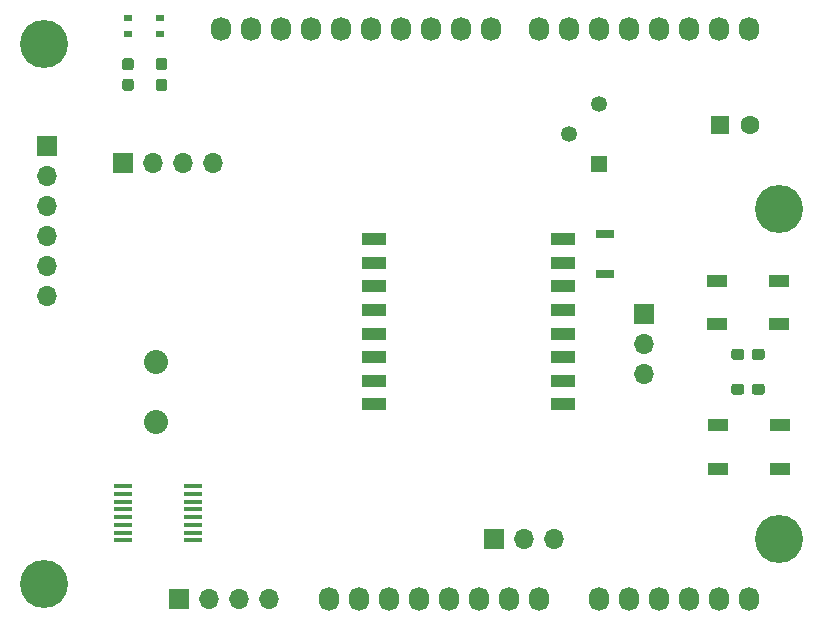
<source format=gts>
G04 #@! TF.GenerationSoftware,KiCad,Pcbnew,(5.1.5)-3*
G04 #@! TF.CreationDate,2020-04-27T21:11:52-07:00*
G04 #@! TF.ProjectId,My_PCB,4d795f50-4342-42e6-9b69-6361645f7063,1*
G04 #@! TF.SameCoordinates,Original*
G04 #@! TF.FileFunction,Soldermask,Top*
G04 #@! TF.FilePolarity,Negative*
%FSLAX46Y46*%
G04 Gerber Fmt 4.6, Leading zero omitted, Abs format (unit mm)*
G04 Created by KiCad (PCBNEW (5.1.5)-3) date 2020-04-27 21:11:52*
%MOMM*%
%LPD*%
G04 APERTURE LIST*
%ADD10C,4.064000*%
%ADD11R,2.000000X1.000000*%
%ADD12R,1.701800X0.990600*%
%ADD13C,0.100000*%
%ADD14O,1.727200X2.032000*%
%ADD15R,0.800000X0.600000*%
%ADD16C,1.346200*%
%ADD17R,1.346200X1.346200*%
%ADD18R,1.700000X1.700000*%
%ADD19O,1.700000X1.700000*%
%ADD20R,1.600000X0.800000*%
%ADD21R,1.500000X0.450000*%
%ADD22C,2.032000*%
%ADD23R,1.600000X1.600000*%
%ADD24C,1.600000*%
G04 APERTURE END LIST*
D10*
X177038000Y-90805000D03*
D11*
X142753001Y-93350001D03*
X142753001Y-95350001D03*
X142753001Y-97350001D03*
X142753001Y-99350001D03*
X142753001Y-101350001D03*
X142753001Y-103350001D03*
X142753001Y-105350001D03*
X142753001Y-107350001D03*
X158753001Y-107350001D03*
X158753001Y-105350001D03*
X158753001Y-103350001D03*
X158753001Y-101350001D03*
X158753001Y-99350001D03*
X158753001Y-97350001D03*
X158753001Y-95350001D03*
X158753001Y-93350001D03*
D12*
X177149600Y-109115001D03*
X177149600Y-112814999D03*
X171866400Y-112814999D03*
X171866400Y-109115001D03*
X177089600Y-96865001D03*
X177089600Y-100564999D03*
X171806400Y-100564999D03*
X171806400Y-96865001D03*
D13*
G36*
X125038779Y-78006144D02*
G01*
X125061834Y-78009563D01*
X125084443Y-78015227D01*
X125106387Y-78023079D01*
X125127457Y-78033044D01*
X125147448Y-78045026D01*
X125166168Y-78058910D01*
X125183438Y-78074562D01*
X125199090Y-78091832D01*
X125212974Y-78110552D01*
X125224956Y-78130543D01*
X125234921Y-78151613D01*
X125242773Y-78173557D01*
X125248437Y-78196166D01*
X125251856Y-78219221D01*
X125253000Y-78242500D01*
X125253000Y-78817500D01*
X125251856Y-78840779D01*
X125248437Y-78863834D01*
X125242773Y-78886443D01*
X125234921Y-78908387D01*
X125224956Y-78929457D01*
X125212974Y-78949448D01*
X125199090Y-78968168D01*
X125183438Y-78985438D01*
X125166168Y-79001090D01*
X125147448Y-79014974D01*
X125127457Y-79026956D01*
X125106387Y-79036921D01*
X125084443Y-79044773D01*
X125061834Y-79050437D01*
X125038779Y-79053856D01*
X125015500Y-79055000D01*
X124540500Y-79055000D01*
X124517221Y-79053856D01*
X124494166Y-79050437D01*
X124471557Y-79044773D01*
X124449613Y-79036921D01*
X124428543Y-79026956D01*
X124408552Y-79014974D01*
X124389832Y-79001090D01*
X124372562Y-78985438D01*
X124356910Y-78968168D01*
X124343026Y-78949448D01*
X124331044Y-78929457D01*
X124321079Y-78908387D01*
X124313227Y-78886443D01*
X124307563Y-78863834D01*
X124304144Y-78840779D01*
X124303000Y-78817500D01*
X124303000Y-78242500D01*
X124304144Y-78219221D01*
X124307563Y-78196166D01*
X124313227Y-78173557D01*
X124321079Y-78151613D01*
X124331044Y-78130543D01*
X124343026Y-78110552D01*
X124356910Y-78091832D01*
X124372562Y-78074562D01*
X124389832Y-78058910D01*
X124408552Y-78045026D01*
X124428543Y-78033044D01*
X124449613Y-78023079D01*
X124471557Y-78015227D01*
X124494166Y-78009563D01*
X124517221Y-78006144D01*
X124540500Y-78005000D01*
X125015500Y-78005000D01*
X125038779Y-78006144D01*
G37*
G36*
X125038779Y-79756144D02*
G01*
X125061834Y-79759563D01*
X125084443Y-79765227D01*
X125106387Y-79773079D01*
X125127457Y-79783044D01*
X125147448Y-79795026D01*
X125166168Y-79808910D01*
X125183438Y-79824562D01*
X125199090Y-79841832D01*
X125212974Y-79860552D01*
X125224956Y-79880543D01*
X125234921Y-79901613D01*
X125242773Y-79923557D01*
X125248437Y-79946166D01*
X125251856Y-79969221D01*
X125253000Y-79992500D01*
X125253000Y-80567500D01*
X125251856Y-80590779D01*
X125248437Y-80613834D01*
X125242773Y-80636443D01*
X125234921Y-80658387D01*
X125224956Y-80679457D01*
X125212974Y-80699448D01*
X125199090Y-80718168D01*
X125183438Y-80735438D01*
X125166168Y-80751090D01*
X125147448Y-80764974D01*
X125127457Y-80776956D01*
X125106387Y-80786921D01*
X125084443Y-80794773D01*
X125061834Y-80800437D01*
X125038779Y-80803856D01*
X125015500Y-80805000D01*
X124540500Y-80805000D01*
X124517221Y-80803856D01*
X124494166Y-80800437D01*
X124471557Y-80794773D01*
X124449613Y-80786921D01*
X124428543Y-80776956D01*
X124408552Y-80764974D01*
X124389832Y-80751090D01*
X124372562Y-80735438D01*
X124356910Y-80718168D01*
X124343026Y-80699448D01*
X124331044Y-80679457D01*
X124321079Y-80658387D01*
X124313227Y-80636443D01*
X124307563Y-80613834D01*
X124304144Y-80590779D01*
X124303000Y-80567500D01*
X124303000Y-79992500D01*
X124304144Y-79969221D01*
X124307563Y-79946166D01*
X124313227Y-79923557D01*
X124321079Y-79901613D01*
X124331044Y-79880543D01*
X124343026Y-79860552D01*
X124356910Y-79841832D01*
X124372562Y-79824562D01*
X124389832Y-79808910D01*
X124408552Y-79795026D01*
X124428543Y-79783044D01*
X124449613Y-79773079D01*
X124471557Y-79765227D01*
X124494166Y-79759563D01*
X124517221Y-79756144D01*
X124540500Y-79755000D01*
X125015500Y-79755000D01*
X125038779Y-79756144D01*
G37*
G36*
X122208779Y-79756144D02*
G01*
X122231834Y-79759563D01*
X122254443Y-79765227D01*
X122276387Y-79773079D01*
X122297457Y-79783044D01*
X122317448Y-79795026D01*
X122336168Y-79808910D01*
X122353438Y-79824562D01*
X122369090Y-79841832D01*
X122382974Y-79860552D01*
X122394956Y-79880543D01*
X122404921Y-79901613D01*
X122412773Y-79923557D01*
X122418437Y-79946166D01*
X122421856Y-79969221D01*
X122423000Y-79992500D01*
X122423000Y-80567500D01*
X122421856Y-80590779D01*
X122418437Y-80613834D01*
X122412773Y-80636443D01*
X122404921Y-80658387D01*
X122394956Y-80679457D01*
X122382974Y-80699448D01*
X122369090Y-80718168D01*
X122353438Y-80735438D01*
X122336168Y-80751090D01*
X122317448Y-80764974D01*
X122297457Y-80776956D01*
X122276387Y-80786921D01*
X122254443Y-80794773D01*
X122231834Y-80800437D01*
X122208779Y-80803856D01*
X122185500Y-80805000D01*
X121710500Y-80805000D01*
X121687221Y-80803856D01*
X121664166Y-80800437D01*
X121641557Y-80794773D01*
X121619613Y-80786921D01*
X121598543Y-80776956D01*
X121578552Y-80764974D01*
X121559832Y-80751090D01*
X121542562Y-80735438D01*
X121526910Y-80718168D01*
X121513026Y-80699448D01*
X121501044Y-80679457D01*
X121491079Y-80658387D01*
X121483227Y-80636443D01*
X121477563Y-80613834D01*
X121474144Y-80590779D01*
X121473000Y-80567500D01*
X121473000Y-79992500D01*
X121474144Y-79969221D01*
X121477563Y-79946166D01*
X121483227Y-79923557D01*
X121491079Y-79901613D01*
X121501044Y-79880543D01*
X121513026Y-79860552D01*
X121526910Y-79841832D01*
X121542562Y-79824562D01*
X121559832Y-79808910D01*
X121578552Y-79795026D01*
X121598543Y-79783044D01*
X121619613Y-79773079D01*
X121641557Y-79765227D01*
X121664166Y-79759563D01*
X121687221Y-79756144D01*
X121710500Y-79755000D01*
X122185500Y-79755000D01*
X122208779Y-79756144D01*
G37*
G36*
X122208779Y-78006144D02*
G01*
X122231834Y-78009563D01*
X122254443Y-78015227D01*
X122276387Y-78023079D01*
X122297457Y-78033044D01*
X122317448Y-78045026D01*
X122336168Y-78058910D01*
X122353438Y-78074562D01*
X122369090Y-78091832D01*
X122382974Y-78110552D01*
X122394956Y-78130543D01*
X122404921Y-78151613D01*
X122412773Y-78173557D01*
X122418437Y-78196166D01*
X122421856Y-78219221D01*
X122423000Y-78242500D01*
X122423000Y-78817500D01*
X122421856Y-78840779D01*
X122418437Y-78863834D01*
X122412773Y-78886443D01*
X122404921Y-78908387D01*
X122394956Y-78929457D01*
X122382974Y-78949448D01*
X122369090Y-78968168D01*
X122353438Y-78985438D01*
X122336168Y-79001090D01*
X122317448Y-79014974D01*
X122297457Y-79026956D01*
X122276387Y-79036921D01*
X122254443Y-79044773D01*
X122231834Y-79050437D01*
X122208779Y-79053856D01*
X122185500Y-79055000D01*
X121710500Y-79055000D01*
X121687221Y-79053856D01*
X121664166Y-79050437D01*
X121641557Y-79044773D01*
X121619613Y-79036921D01*
X121598543Y-79026956D01*
X121578552Y-79014974D01*
X121559832Y-79001090D01*
X121542562Y-78985438D01*
X121526910Y-78968168D01*
X121513026Y-78949448D01*
X121501044Y-78929457D01*
X121491079Y-78908387D01*
X121483227Y-78886443D01*
X121477563Y-78863834D01*
X121474144Y-78840779D01*
X121473000Y-78817500D01*
X121473000Y-78242500D01*
X121474144Y-78219221D01*
X121477563Y-78196166D01*
X121483227Y-78173557D01*
X121491079Y-78151613D01*
X121501044Y-78130543D01*
X121513026Y-78110552D01*
X121526910Y-78091832D01*
X121542562Y-78074562D01*
X121559832Y-78058910D01*
X121578552Y-78045026D01*
X121598543Y-78033044D01*
X121619613Y-78023079D01*
X121641557Y-78015227D01*
X121664166Y-78009563D01*
X121687221Y-78006144D01*
X121710500Y-78005000D01*
X122185500Y-78005000D01*
X122208779Y-78006144D01*
G37*
G36*
X173883779Y-105581144D02*
G01*
X173906834Y-105584563D01*
X173929443Y-105590227D01*
X173951387Y-105598079D01*
X173972457Y-105608044D01*
X173992448Y-105620026D01*
X174011168Y-105633910D01*
X174028438Y-105649562D01*
X174044090Y-105666832D01*
X174057974Y-105685552D01*
X174069956Y-105705543D01*
X174079921Y-105726613D01*
X174087773Y-105748557D01*
X174093437Y-105771166D01*
X174096856Y-105794221D01*
X174098000Y-105817500D01*
X174098000Y-106292500D01*
X174096856Y-106315779D01*
X174093437Y-106338834D01*
X174087773Y-106361443D01*
X174079921Y-106383387D01*
X174069956Y-106404457D01*
X174057974Y-106424448D01*
X174044090Y-106443168D01*
X174028438Y-106460438D01*
X174011168Y-106476090D01*
X173992448Y-106489974D01*
X173972457Y-106501956D01*
X173951387Y-106511921D01*
X173929443Y-106519773D01*
X173906834Y-106525437D01*
X173883779Y-106528856D01*
X173860500Y-106530000D01*
X173285500Y-106530000D01*
X173262221Y-106528856D01*
X173239166Y-106525437D01*
X173216557Y-106519773D01*
X173194613Y-106511921D01*
X173173543Y-106501956D01*
X173153552Y-106489974D01*
X173134832Y-106476090D01*
X173117562Y-106460438D01*
X173101910Y-106443168D01*
X173088026Y-106424448D01*
X173076044Y-106404457D01*
X173066079Y-106383387D01*
X173058227Y-106361443D01*
X173052563Y-106338834D01*
X173049144Y-106315779D01*
X173048000Y-106292500D01*
X173048000Y-105817500D01*
X173049144Y-105794221D01*
X173052563Y-105771166D01*
X173058227Y-105748557D01*
X173066079Y-105726613D01*
X173076044Y-105705543D01*
X173088026Y-105685552D01*
X173101910Y-105666832D01*
X173117562Y-105649562D01*
X173134832Y-105633910D01*
X173153552Y-105620026D01*
X173173543Y-105608044D01*
X173194613Y-105598079D01*
X173216557Y-105590227D01*
X173239166Y-105584563D01*
X173262221Y-105581144D01*
X173285500Y-105580000D01*
X173860500Y-105580000D01*
X173883779Y-105581144D01*
G37*
G36*
X175633779Y-105581144D02*
G01*
X175656834Y-105584563D01*
X175679443Y-105590227D01*
X175701387Y-105598079D01*
X175722457Y-105608044D01*
X175742448Y-105620026D01*
X175761168Y-105633910D01*
X175778438Y-105649562D01*
X175794090Y-105666832D01*
X175807974Y-105685552D01*
X175819956Y-105705543D01*
X175829921Y-105726613D01*
X175837773Y-105748557D01*
X175843437Y-105771166D01*
X175846856Y-105794221D01*
X175848000Y-105817500D01*
X175848000Y-106292500D01*
X175846856Y-106315779D01*
X175843437Y-106338834D01*
X175837773Y-106361443D01*
X175829921Y-106383387D01*
X175819956Y-106404457D01*
X175807974Y-106424448D01*
X175794090Y-106443168D01*
X175778438Y-106460438D01*
X175761168Y-106476090D01*
X175742448Y-106489974D01*
X175722457Y-106501956D01*
X175701387Y-106511921D01*
X175679443Y-106519773D01*
X175656834Y-106525437D01*
X175633779Y-106528856D01*
X175610500Y-106530000D01*
X175035500Y-106530000D01*
X175012221Y-106528856D01*
X174989166Y-106525437D01*
X174966557Y-106519773D01*
X174944613Y-106511921D01*
X174923543Y-106501956D01*
X174903552Y-106489974D01*
X174884832Y-106476090D01*
X174867562Y-106460438D01*
X174851910Y-106443168D01*
X174838026Y-106424448D01*
X174826044Y-106404457D01*
X174816079Y-106383387D01*
X174808227Y-106361443D01*
X174802563Y-106338834D01*
X174799144Y-106315779D01*
X174798000Y-106292500D01*
X174798000Y-105817500D01*
X174799144Y-105794221D01*
X174802563Y-105771166D01*
X174808227Y-105748557D01*
X174816079Y-105726613D01*
X174826044Y-105705543D01*
X174838026Y-105685552D01*
X174851910Y-105666832D01*
X174867562Y-105649562D01*
X174884832Y-105633910D01*
X174903552Y-105620026D01*
X174923543Y-105608044D01*
X174944613Y-105598079D01*
X174966557Y-105590227D01*
X174989166Y-105584563D01*
X175012221Y-105581144D01*
X175035500Y-105580000D01*
X175610500Y-105580000D01*
X175633779Y-105581144D01*
G37*
G36*
X175633779Y-102631144D02*
G01*
X175656834Y-102634563D01*
X175679443Y-102640227D01*
X175701387Y-102648079D01*
X175722457Y-102658044D01*
X175742448Y-102670026D01*
X175761168Y-102683910D01*
X175778438Y-102699562D01*
X175794090Y-102716832D01*
X175807974Y-102735552D01*
X175819956Y-102755543D01*
X175829921Y-102776613D01*
X175837773Y-102798557D01*
X175843437Y-102821166D01*
X175846856Y-102844221D01*
X175848000Y-102867500D01*
X175848000Y-103342500D01*
X175846856Y-103365779D01*
X175843437Y-103388834D01*
X175837773Y-103411443D01*
X175829921Y-103433387D01*
X175819956Y-103454457D01*
X175807974Y-103474448D01*
X175794090Y-103493168D01*
X175778438Y-103510438D01*
X175761168Y-103526090D01*
X175742448Y-103539974D01*
X175722457Y-103551956D01*
X175701387Y-103561921D01*
X175679443Y-103569773D01*
X175656834Y-103575437D01*
X175633779Y-103578856D01*
X175610500Y-103580000D01*
X175035500Y-103580000D01*
X175012221Y-103578856D01*
X174989166Y-103575437D01*
X174966557Y-103569773D01*
X174944613Y-103561921D01*
X174923543Y-103551956D01*
X174903552Y-103539974D01*
X174884832Y-103526090D01*
X174867562Y-103510438D01*
X174851910Y-103493168D01*
X174838026Y-103474448D01*
X174826044Y-103454457D01*
X174816079Y-103433387D01*
X174808227Y-103411443D01*
X174802563Y-103388834D01*
X174799144Y-103365779D01*
X174798000Y-103342500D01*
X174798000Y-102867500D01*
X174799144Y-102844221D01*
X174802563Y-102821166D01*
X174808227Y-102798557D01*
X174816079Y-102776613D01*
X174826044Y-102755543D01*
X174838026Y-102735552D01*
X174851910Y-102716832D01*
X174867562Y-102699562D01*
X174884832Y-102683910D01*
X174903552Y-102670026D01*
X174923543Y-102658044D01*
X174944613Y-102648079D01*
X174966557Y-102640227D01*
X174989166Y-102634563D01*
X175012221Y-102631144D01*
X175035500Y-102630000D01*
X175610500Y-102630000D01*
X175633779Y-102631144D01*
G37*
G36*
X173883779Y-102631144D02*
G01*
X173906834Y-102634563D01*
X173929443Y-102640227D01*
X173951387Y-102648079D01*
X173972457Y-102658044D01*
X173992448Y-102670026D01*
X174011168Y-102683910D01*
X174028438Y-102699562D01*
X174044090Y-102716832D01*
X174057974Y-102735552D01*
X174069956Y-102755543D01*
X174079921Y-102776613D01*
X174087773Y-102798557D01*
X174093437Y-102821166D01*
X174096856Y-102844221D01*
X174098000Y-102867500D01*
X174098000Y-103342500D01*
X174096856Y-103365779D01*
X174093437Y-103388834D01*
X174087773Y-103411443D01*
X174079921Y-103433387D01*
X174069956Y-103454457D01*
X174057974Y-103474448D01*
X174044090Y-103493168D01*
X174028438Y-103510438D01*
X174011168Y-103526090D01*
X173992448Y-103539974D01*
X173972457Y-103551956D01*
X173951387Y-103561921D01*
X173929443Y-103569773D01*
X173906834Y-103575437D01*
X173883779Y-103578856D01*
X173860500Y-103580000D01*
X173285500Y-103580000D01*
X173262221Y-103578856D01*
X173239166Y-103575437D01*
X173216557Y-103569773D01*
X173194613Y-103561921D01*
X173173543Y-103551956D01*
X173153552Y-103539974D01*
X173134832Y-103526090D01*
X173117562Y-103510438D01*
X173101910Y-103493168D01*
X173088026Y-103474448D01*
X173076044Y-103454457D01*
X173066079Y-103433387D01*
X173058227Y-103411443D01*
X173052563Y-103388834D01*
X173049144Y-103365779D01*
X173048000Y-103342500D01*
X173048000Y-102867500D01*
X173049144Y-102844221D01*
X173052563Y-102821166D01*
X173058227Y-102798557D01*
X173066079Y-102776613D01*
X173076044Y-102755543D01*
X173088026Y-102735552D01*
X173101910Y-102716832D01*
X173117562Y-102699562D01*
X173134832Y-102683910D01*
X173153552Y-102670026D01*
X173173543Y-102658044D01*
X173194613Y-102648079D01*
X173216557Y-102640227D01*
X173239166Y-102634563D01*
X173262221Y-102631144D01*
X173285500Y-102630000D01*
X173860500Y-102630000D01*
X173883779Y-102631144D01*
G37*
D14*
X138938000Y-123825000D03*
X141478000Y-123825000D03*
X144018000Y-123825000D03*
X146558000Y-123825000D03*
X149098000Y-123825000D03*
X151638000Y-123825000D03*
X154178000Y-123825000D03*
X156718000Y-123825000D03*
X161798000Y-123825000D03*
X164338000Y-123825000D03*
X166878000Y-123825000D03*
X169418000Y-123825000D03*
X171958000Y-123825000D03*
X174498000Y-123825000D03*
X129794000Y-75565000D03*
X132334000Y-75565000D03*
X134874000Y-75565000D03*
X137414000Y-75565000D03*
X139954000Y-75565000D03*
X142494000Y-75565000D03*
X145034000Y-75565000D03*
X147574000Y-75565000D03*
X150114000Y-75565000D03*
X152654000Y-75565000D03*
X156718000Y-75565000D03*
X159258000Y-75565000D03*
X161798000Y-75565000D03*
X164338000Y-75565000D03*
X166878000Y-75565000D03*
X169418000Y-75565000D03*
X171958000Y-75565000D03*
X174498000Y-75565000D03*
D10*
X114808000Y-122555000D03*
X177038000Y-118745000D03*
X114808000Y-76835000D03*
D15*
X121948000Y-74615000D03*
X121948000Y-76015000D03*
X124698000Y-76015000D03*
X124698000Y-74615000D03*
D16*
X161798000Y-81915000D03*
X159258000Y-84455000D03*
D17*
X161798000Y-86995000D03*
D18*
X165608000Y-99695000D03*
D19*
X165608000Y-102235000D03*
X165608000Y-104775000D03*
D18*
X126238000Y-123825000D03*
D19*
X128778000Y-123825000D03*
X131318000Y-123825000D03*
X133858000Y-123825000D03*
D18*
X152908000Y-118745000D03*
D19*
X155448000Y-118745000D03*
X157988000Y-118745000D03*
D20*
X162303001Y-96300001D03*
X162303001Y-92900001D03*
D21*
X121548000Y-114290000D03*
X121548000Y-114940000D03*
X121548000Y-115590000D03*
X121548000Y-116240000D03*
X121548000Y-116890000D03*
X121548000Y-117540000D03*
X121548000Y-118190000D03*
X121548000Y-118840000D03*
X127448000Y-118840000D03*
X127448000Y-118190000D03*
X127448000Y-117540000D03*
X127448000Y-116890000D03*
X127448000Y-116240000D03*
X127448000Y-115590000D03*
X127448000Y-114940000D03*
X127448000Y-114290000D03*
D22*
X124298000Y-108865000D03*
X124298000Y-103785000D03*
D18*
X121498000Y-86865000D03*
D19*
X124038000Y-86865000D03*
X126578000Y-86865000D03*
X129118000Y-86865000D03*
D18*
X115098000Y-85465000D03*
D19*
X115098000Y-88005000D03*
X115098000Y-90545000D03*
X115098000Y-93085000D03*
X115098000Y-95625000D03*
X115098000Y-98165000D03*
D23*
X172098000Y-83665000D03*
D24*
X174598000Y-83665000D03*
M02*

</source>
